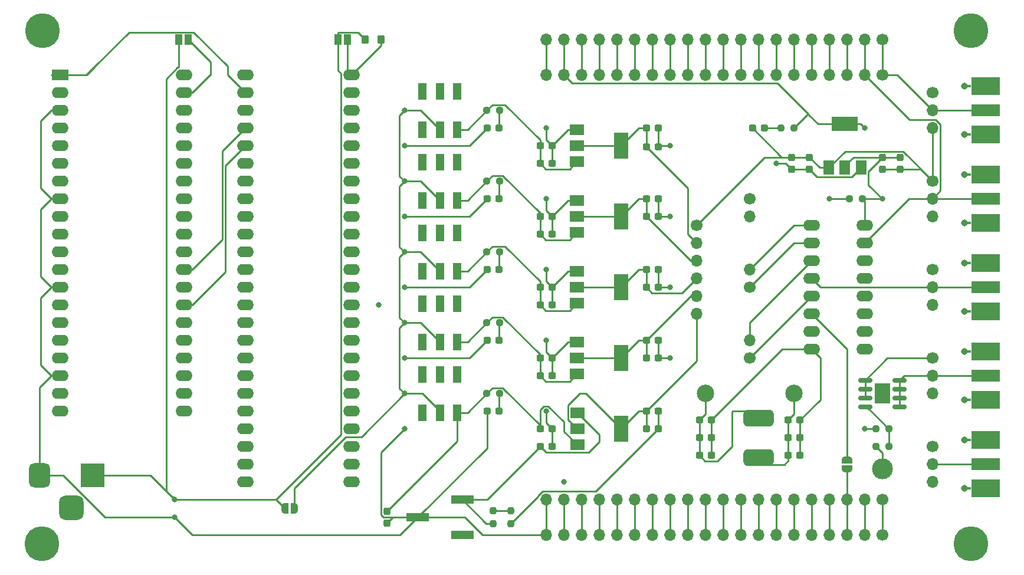
<source format=gbr>
%TF.GenerationSoftware,KiCad,Pcbnew,(6.0.5)*%
%TF.CreationDate,2022-07-21T21:10:46+10:00*%
%TF.ProjectId,glitcher,676c6974-6368-4657-922e-6b696361645f,rev?*%
%TF.SameCoordinates,Original*%
%TF.FileFunction,Copper,L1,Top*%
%TF.FilePolarity,Positive*%
%FSLAX46Y46*%
G04 Gerber Fmt 4.6, Leading zero omitted, Abs format (unit mm)*
G04 Created by KiCad (PCBNEW (6.0.5)) date 2022-07-21 21:10:46*
%MOMM*%
%LPD*%
G01*
G04 APERTURE LIST*
G04 Aperture macros list*
%AMRoundRect*
0 Rectangle with rounded corners*
0 $1 Rounding radius*
0 $2 $3 $4 $5 $6 $7 $8 $9 X,Y pos of 4 corners*
0 Add a 4 corners polygon primitive as box body*
4,1,4,$2,$3,$4,$5,$6,$7,$8,$9,$2,$3,0*
0 Add four circle primitives for the rounded corners*
1,1,$1+$1,$2,$3*
1,1,$1+$1,$4,$5*
1,1,$1+$1,$6,$7*
1,1,$1+$1,$8,$9*
0 Add four rect primitives between the rounded corners*
20,1,$1+$1,$2,$3,$4,$5,0*
20,1,$1+$1,$4,$5,$6,$7,0*
20,1,$1+$1,$6,$7,$8,$9,0*
20,1,$1+$1,$8,$9,$2,$3,0*%
%AMFreePoly0*
4,1,22,0.500000,-0.750000,0.000000,-0.750000,0.000000,-0.745033,-0.079941,-0.743568,-0.215256,-0.701293,-0.333266,-0.622738,-0.424486,-0.514219,-0.481581,-0.384460,-0.499164,-0.250000,-0.500000,-0.250000,-0.500000,0.250000,-0.499164,0.250000,-0.499963,0.256109,-0.478152,0.396186,-0.417904,0.524511,-0.324060,0.630769,-0.204165,0.706417,-0.067858,0.745374,0.000000,0.744959,0.000000,0.750000,
0.500000,0.750000,0.500000,-0.750000,0.500000,-0.750000,$1*%
%AMFreePoly1*
4,1,20,0.000000,0.744959,0.073905,0.744508,0.209726,0.703889,0.328688,0.626782,0.421226,0.519385,0.479903,0.390333,0.500000,0.250000,0.500000,-0.250000,0.499851,-0.262216,0.476331,-0.402017,0.414519,-0.529596,0.319384,-0.634700,0.198574,-0.708877,0.061801,-0.746166,0.000000,-0.745033,0.000000,-0.750000,-0.500000,-0.750000,-0.500000,0.750000,0.000000,0.750000,0.000000,0.744959,
0.000000,0.744959,$1*%
G04 Aperture macros list end*
%TA.AperFunction,ComponentPad*%
%ADD10R,2.400000X1.600000*%
%TD*%
%TA.AperFunction,ComponentPad*%
%ADD11O,2.400000X1.600000*%
%TD*%
%TA.AperFunction,SMDPad,CuDef*%
%ADD12R,2.000000X1.500000*%
%TD*%
%TA.AperFunction,SMDPad,CuDef*%
%ADD13R,2.000000X3.800000*%
%TD*%
%TA.AperFunction,ComponentPad*%
%ADD14C,1.700000*%
%TD*%
%TA.AperFunction,ComponentPad*%
%ADD15O,1.700000X1.700000*%
%TD*%
%TA.AperFunction,ComponentPad*%
%ADD16C,5.000000*%
%TD*%
%TA.AperFunction,SMDPad,CuDef*%
%ADD17RoundRect,0.237500X-0.300000X-0.237500X0.300000X-0.237500X0.300000X0.237500X-0.300000X0.237500X0*%
%TD*%
%TA.AperFunction,SMDPad,CuDef*%
%ADD18RoundRect,0.237500X-0.250000X-0.237500X0.250000X-0.237500X0.250000X0.237500X-0.250000X0.237500X0*%
%TD*%
%TA.AperFunction,SMDPad,CuDef*%
%ADD19RoundRect,0.237500X-0.287500X-0.237500X0.287500X-0.237500X0.287500X0.237500X-0.287500X0.237500X0*%
%TD*%
%TA.AperFunction,SMDPad,CuDef*%
%ADD20R,1.193800X2.489200*%
%TD*%
%TA.AperFunction,SMDPad,CuDef*%
%ADD21RoundRect,0.237500X-0.237500X0.300000X-0.237500X-0.300000X0.237500X-0.300000X0.237500X0.300000X0*%
%TD*%
%TA.AperFunction,SMDPad,CuDef*%
%ADD22RoundRect,0.150000X-0.825000X-0.150000X0.825000X-0.150000X0.825000X0.150000X-0.825000X0.150000X0*%
%TD*%
%TA.AperFunction,SMDPad,CuDef*%
%ADD23R,2.290000X3.000000*%
%TD*%
%TA.AperFunction,SMDPad,CuDef*%
%ADD24R,3.300000X1.190000*%
%TD*%
%TA.AperFunction,SMDPad,CuDef*%
%ADD25RoundRect,0.237500X-0.237500X0.250000X-0.237500X-0.250000X0.237500X-0.250000X0.237500X0.250000X0*%
%TD*%
%TA.AperFunction,SMDPad,CuDef*%
%ADD26C,2.500000*%
%TD*%
%TA.AperFunction,SMDPad,CuDef*%
%ADD27R,4.190000X1.780000*%
%TD*%
%TA.AperFunction,SMDPad,CuDef*%
%ADD28R,0.890000X0.460000*%
%TD*%
%TA.AperFunction,ComponentPad*%
%ADD29C,0.970000*%
%TD*%
%TA.AperFunction,SMDPad,CuDef*%
%ADD30R,4.190000X2.665000*%
%TD*%
%TA.AperFunction,SMDPad,CuDef*%
%ADD31RoundRect,0.250000X-0.275000X-0.350000X0.275000X-0.350000X0.275000X0.350000X-0.275000X0.350000X0*%
%TD*%
%TA.AperFunction,SMDPad,CuDef*%
%ADD32RoundRect,0.237500X0.250000X0.237500X-0.250000X0.237500X-0.250000X-0.237500X0.250000X-0.237500X0*%
%TD*%
%TA.AperFunction,SMDPad,CuDef*%
%ADD33RoundRect,0.600000X-1.590000X-0.600000X1.590000X-0.600000X1.590000X0.600000X-1.590000X0.600000X0*%
%TD*%
%TA.AperFunction,SMDPad,CuDef*%
%ADD34R,1.000000X1.500000*%
%TD*%
%TA.AperFunction,SMDPad,CuDef*%
%ADD35FreePoly0,270.000000*%
%TD*%
%TA.AperFunction,SMDPad,CuDef*%
%ADD36FreePoly1,270.000000*%
%TD*%
%TA.AperFunction,SMDPad,CuDef*%
%ADD37FreePoly0,0.000000*%
%TD*%
%TA.AperFunction,SMDPad,CuDef*%
%ADD38FreePoly1,0.000000*%
%TD*%
%TA.AperFunction,ComponentPad*%
%ADD39C,2.999999*%
%TD*%
%TA.AperFunction,ComponentPad*%
%ADD40R,3.500001X3.500001*%
%TD*%
%TA.AperFunction,ComponentPad*%
%ADD41RoundRect,0.750000X-0.749999X-1.000000X0.749999X-1.000000X0.749999X1.000000X-0.749999X1.000000X0*%
%TD*%
%TA.AperFunction,ComponentPad*%
%ADD42RoundRect,0.875000X-0.875000X-0.875000X0.875000X-0.875000X0.875000X0.875000X-0.875000X0.875000X0*%
%TD*%
%TA.AperFunction,SMDPad,CuDef*%
%ADD43RoundRect,0.237500X0.237500X-0.250000X0.237500X0.250000X-0.237500X0.250000X-0.237500X-0.250000X0*%
%TD*%
%TA.AperFunction,SMDPad,CuDef*%
%ADD44RoundRect,0.237500X0.237500X-0.300000X0.237500X0.300000X-0.237500X0.300000X-0.237500X-0.300000X0*%
%TD*%
%TA.AperFunction,SMDPad,CuDef*%
%ADD45R,1.500000X2.000000*%
%TD*%
%TA.AperFunction,SMDPad,CuDef*%
%ADD46R,3.800000X2.000000*%
%TD*%
%TA.AperFunction,ViaPad*%
%ADD47C,0.800000*%
%TD*%
%TA.AperFunction,Conductor*%
%ADD48C,0.250000*%
%TD*%
G04 APERTURE END LIST*
D10*
%TO.P,U1,1,UART0_TX/I2C0_SDA/SPI0_RX/GP0*%
%TO.N,RPI_GP0*%
X92705000Y-50805000D03*
D11*
%TO.P,U1,2,UART0_RX/I2C0_SCL/GPI0_CSn/GP1*%
%TO.N,RPI_GP1*%
X92705000Y-53345000D03*
%TO.P,U1,3,GND*%
%TO.N,GND*%
X92705000Y-55885000D03*
%TO.P,U1,4,I2C1_SDA/SPI0_SCK/GP2*%
%TO.N,RPI_GP2*%
X92705000Y-58425000D03*
%TO.P,U1,5,I2C1_SCL/SPI0_TX/GP3*%
%TO.N,RPI_GP3*%
X92705000Y-60965000D03*
%TO.P,U1,6,UART1_TX/I2C0_SDA/SPI0_RX/GP4*%
%TO.N,RPI_GP4*%
X92705000Y-63505000D03*
%TO.P,U1,7,UART1_RX/I2C0_SCL/SPI0_CSn/GP5*%
%TO.N,RPI_GP5*%
X92705000Y-66045000D03*
%TO.P,U1,8,GND*%
%TO.N,GND*%
X92705000Y-68585000D03*
%TO.P,U1,9,I2C1_SDA/SPI0_SCK/GP6*%
%TO.N,RPI_GP6*%
X92705000Y-71125000D03*
%TO.P,U1,10,I2C1_SCL/SPI0_TX/GP7*%
%TO.N,RPI_GP7*%
X92705000Y-73665000D03*
%TO.P,U1,11,UART1_TX/I2C0_SDA/SPI1_RX/GP8*%
%TO.N,RPI_GP8*%
X92705000Y-76205000D03*
%TO.P,U1,12,UART1_RX/I2C0_SCL/SPI1_CSn/GP9*%
%TO.N,RPI_GP9*%
X92705000Y-78745000D03*
%TO.P,U1,13,GND*%
%TO.N,GND*%
X92705000Y-81285000D03*
%TO.P,U1,14,I2C1_SDA/SPI1_SCK/GP10*%
%TO.N,RPI_GP10*%
X92705000Y-83825000D03*
%TO.P,U1,15,I2C1_SCL/SPI1_TX/GP11*%
%TO.N,RPI_GP11*%
X92705000Y-86365000D03*
%TO.P,U1,16,UART0_TX/I2C0_SDA/GPI1_RX/GP12*%
%TO.N,RPI_GP12*%
X92705000Y-88905000D03*
%TO.P,U1,17,UART0_RX/I2C0_SCL/SPI1_CSn/GP13*%
%TO.N,RPI_GP13*%
X92705000Y-91445000D03*
%TO.P,U1,18,GND*%
%TO.N,GND*%
X92705000Y-93985000D03*
%TO.P,U1,19,I2C1_SDA/SPI1_SCK/GP14*%
%TO.N,RPI_GP14*%
X92705000Y-96525000D03*
%TO.P,U1,20,I2C1_SCL/SPI1_TX/GP15*%
%TO.N,RPI_GP15*%
X92705000Y-99065000D03*
%TO.P,U1,21,UART0_TX/I2C0_SDA/SPI0_RX/GP16*%
%TO.N,RPI_GP16*%
X110485000Y-99065000D03*
%TO.P,U1,22,UART0_RX/I2C0_SCL/SPI0_CSn/GP17*%
%TO.N,RPI_GP17*%
X110485000Y-96525000D03*
%TO.P,U1,23,GND*%
%TO.N,GND*%
X110485000Y-93985000D03*
%TO.P,U1,24,I2C1_SDA/SPI0_SCK/GP18*%
%TO.N,unconnected-(U1-Pad24)*%
X110485000Y-91445000D03*
%TO.P,U1,25,I2C1_SCL/SPI0_TX/GP19*%
%TO.N,unconnected-(U1-Pad25)*%
X110485000Y-88905000D03*
%TO.P,U1,26,I2C0_SDA/GP20*%
%TO.N,unconnected-(U1-Pad26)*%
X110485000Y-86365000D03*
%TO.P,U1,27,I2C0_SCL/GP21*%
%TO.N,FPGA_4*%
X110485000Y-83825000D03*
%TO.P,U1,28,GND*%
%TO.N,unconnected-(U1-Pad28)*%
X110485000Y-81285000D03*
%TO.P,U1,29,GP22*%
%TO.N,FPGA_3*%
X110485000Y-78745000D03*
%TO.P,U1,30,RUN*%
%TO.N,unconnected-(U1-Pad30)*%
X110485000Y-76205000D03*
%TO.P,U1,31,I2C1_SDA/ADC0/GP26*%
%TO.N,Net-(TP2-Pad1)*%
X110485000Y-73665000D03*
%TO.P,U1,32,I2C1_SCL/ADC1/GP27*%
%TO.N,Net-(TP1-Pad1)*%
X110485000Y-71125000D03*
%TO.P,U1,33,AGND/GND*%
%TO.N,unconnected-(U1-Pad33)*%
X110485000Y-68585000D03*
%TO.P,U1,34,ADC2/GP28*%
%TO.N,unconnected-(U1-Pad34)*%
X110485000Y-66045000D03*
%TO.P,U1,35,ADC_VREF*%
%TO.N,unconnected-(U1-Pad35)*%
X110485000Y-63505000D03*
%TO.P,U1,36,3V3OUT*%
%TO.N,unconnected-(U1-Pad36)*%
X110485000Y-60965000D03*
%TO.P,U1,37,3V3_EN*%
%TO.N,unconnected-(U1-Pad37)*%
X110485000Y-58425000D03*
%TO.P,U1,38,GND*%
%TO.N,GND*%
X110485000Y-55885000D03*
%TO.P,U1,39,VSYS*%
%TO.N,Net-(JP2-Pad1)*%
X110485000Y-53345000D03*
%TO.P,U1,40,VBUS*%
%TO.N,unconnected-(U1-Pad40)*%
X110485000Y-50805000D03*
%TD*%
D12*
%TO.P,U6_VADJ_OUT1,1,ADJ*%
%TO.N,Net-(C11-Pad1)*%
X166965714Y-99300000D03*
%TO.P,U6_VADJ_OUT1,2,VO*%
%TO.N,VCC_VADJ*%
X166965714Y-101600000D03*
D13*
X173265714Y-101600000D03*
D12*
%TO.P,U6_VADJ_OUT1,3,VI*%
%TO.N,Net-(C3-Pad1)*%
X166965714Y-103900000D03*
%TD*%
D14*
%TO.P,J4,1,Pin_1*%
%TO.N,GND*%
X217920704Y-53340000D03*
D15*
%TO.P,J4,2,Pin_2*%
%TO.N,X_OUT*%
X217920714Y-55880000D03*
%TO.P,J4,3,Pin_3*%
%TO.N,GND*%
X217920714Y-58420000D03*
%TD*%
D14*
%TO.P,J_RIGHTEXP_OUTER1,1,Pin_1*%
%TO.N,X_OUT*%
X210755714Y-50800000D03*
D15*
%TO.P,J_RIGHTEXP_OUTER1,2,Pin_2*%
%TO.N,Y_OUT*%
X208215714Y-50800000D03*
%TO.P,J_RIGHTEXP_OUTER1,3,Pin_3*%
%TO.N,Z_OUT*%
X205675714Y-50800000D03*
%TO.P,J_RIGHTEXP_OUTER1,4,Pin_4*%
%TO.N,FREE_RIGHT4*%
X203135714Y-50800000D03*
%TO.P,J_RIGHTEXP_OUTER1,5,Pin_5*%
%TO.N,MAX4619_A*%
X200595714Y-50800000D03*
%TO.P,J_RIGHTEXP_OUTER1,6,Pin_6*%
%TO.N,MAX4619_B*%
X198055714Y-50800000D03*
%TO.P,J_RIGHTEXP_OUTER1,7,Pin_7*%
%TO.N,MAX4619_C*%
X195515714Y-50800000D03*
%TO.P,J_RIGHTEXP_OUTER1,8,Pin_8*%
%TO.N,FPGA_GPIO_12*%
X192975714Y-50800000D03*
%TO.P,J_RIGHTEXP_OUTER1,9,Pin_9*%
%TO.N,FPGA_GPIO_11*%
X190435714Y-50800000D03*
%TO.P,J_RIGHTEXP_OUTER1,10,Pin_10*%
%TO.N,FPGA_GPIO_10*%
X187895714Y-50800000D03*
%TO.P,J_RIGHTEXP_OUTER1,11,Pin_11*%
%TO.N,FPGA_GPIO_9*%
X185355714Y-50800000D03*
%TO.P,J_RIGHTEXP_OUTER1,12,Pin_12*%
%TO.N,FPGA_GPIO_8*%
X182815714Y-50800000D03*
%TO.P,J_RIGHTEXP_OUTER1,13,Pin_13*%
%TO.N,FPGA_GPIO_7*%
X180275714Y-50800000D03*
%TO.P,J_RIGHTEXP_OUTER1,14,Pin_14*%
%TO.N,FPGA_GPIO_6*%
X177735714Y-50800000D03*
%TO.P,J_RIGHTEXP_OUTER1,15,Pin_15*%
%TO.N,FPGA_GPIO_5*%
X175195714Y-50800000D03*
%TO.P,J_RIGHTEXP_OUTER1,16,Pin_16*%
%TO.N,FPGA_GPIO_4*%
X172655714Y-50800000D03*
%TO.P,J_RIGHTEXP_OUTER1,17,Pin_17*%
%TO.N,FPGA_GPIO_3*%
X170115714Y-50800000D03*
%TO.P,J_RIGHTEXP_OUTER1,18,Pin_18*%
%TO.N,FPGA_GPIO_2*%
X167575714Y-50800000D03*
%TO.P,J_RIGHTEXP_OUTER1,19,Pin_19*%
%TO.N,VCC_3V3_ALWAYS*%
X165035714Y-50800000D03*
%TO.P,J_RIGHTEXP_OUTER1,20,Pin_20*%
%TO.N,GND*%
X162495714Y-50800000D03*
%TD*%
D16*
%TO.P,REF\u002A\u002A,1*%
%TO.N,N/C*%
X223455714Y-118110000D03*
%TD*%
D17*
%TO.P,C9,1*%
%TO.N,Net-(C4-Pad1)*%
X161633214Y-60960000D03*
%TO.P,C9,2*%
%TO.N,GND*%
X163358214Y-60960000D03*
%TD*%
D18*
%TO.P,R2,1*%
%TO.N,Net-(C2-Pad1)*%
X153963214Y-86360000D03*
%TO.P,R2,2*%
%TO.N,Net-(D2-Pad2)*%
X155788214Y-86360000D03*
%TD*%
D17*
%TO.P,C12,1*%
%TO.N,VCC_1V8*%
X176873214Y-78740000D03*
%TO.P,C12,2*%
%TO.N,GND*%
X178598214Y-78740000D03*
%TD*%
%TO.P,C18,1*%
%TO.N,VCC_1V2*%
X176873214Y-91440000D03*
%TO.P,C18,2*%
%TO.N,GND*%
X178598214Y-91440000D03*
%TD*%
D19*
%TO.P,D4,1,K*%
%TO.N,GND*%
X154000714Y-58420000D03*
%TO.P,D4,2,A*%
%TO.N,Net-(D4-Pad2)*%
X155750714Y-58420000D03*
%TD*%
D14*
%TO.P,J_LEFTEXP1,1,Pin_1*%
%TO.N,GND*%
X210755714Y-116840000D03*
D15*
%TO.P,J_LEFTEXP1,2,Pin_2*%
%TO.N,FREE_LEFT2*%
X208215714Y-116840000D03*
%TO.P,J_LEFTEXP1,3,Pin_3*%
%TO.N,RPI_GP2*%
X205675714Y-116840000D03*
%TO.P,J_LEFTEXP1,4,Pin_4*%
%TO.N,RPI_GP3*%
X203135714Y-116840000D03*
%TO.P,J_LEFTEXP1,5,Pin_5*%
%TO.N,RPI_GP4*%
X200595714Y-116840000D03*
%TO.P,J_LEFTEXP1,6,Pin_6*%
%TO.N,RPI_GP5*%
X198055714Y-116840000D03*
%TO.P,J_LEFTEXP1,7,Pin_7*%
%TO.N,RPI_GP6*%
X195515714Y-116840000D03*
%TO.P,J_LEFTEXP1,8,Pin_8*%
%TO.N,RPI_GP7*%
X192975714Y-116840000D03*
%TO.P,J_LEFTEXP1,9,Pin_9*%
%TO.N,RPI_GP8*%
X190435714Y-116840000D03*
%TO.P,J_LEFTEXP1,10,Pin_10*%
%TO.N,RPI_GP9*%
X187895714Y-116840000D03*
%TO.P,J_LEFTEXP1,11,Pin_11*%
%TO.N,RPI_GP10*%
X185355714Y-116840000D03*
%TO.P,J_LEFTEXP1,12,Pin_12*%
%TO.N,RPI_GP11*%
X182815714Y-116840000D03*
%TO.P,J_LEFTEXP1,13,Pin_13*%
%TO.N,RPI_GP12*%
X180275714Y-116840000D03*
%TO.P,J_LEFTEXP1,14,Pin_14*%
%TO.N,RPI_GP13*%
X177735714Y-116840000D03*
%TO.P,J_LEFTEXP1,15,Pin_15*%
%TO.N,RPI_GP14*%
X175195714Y-116840000D03*
%TO.P,J_LEFTEXP1,16,Pin_16*%
%TO.N,RPI_GP15*%
X172655714Y-116840000D03*
%TO.P,J_LEFTEXP1,17,Pin_17*%
%TO.N,FREE_LEFT17*%
X170115714Y-116840000D03*
%TO.P,J_LEFTEXP1,18,Pin_18*%
%TO.N,FREE_LEFT18*%
X167575714Y-116840000D03*
%TO.P,J_LEFTEXP1,19,Pin_19*%
%TO.N,VCC_SWITCHED*%
X165035714Y-116840000D03*
%TO.P,J_LEFTEXP1,20,Pin_20*%
%TO.N,GND*%
X162495714Y-116840000D03*
%TD*%
D20*
%TO.P,SW3_VADJ_OUT1,1,A*%
%TO.N,unconnected-(SW3_VADJ_OUT1-Pad1)*%
X144755714Y-99275900D03*
%TO.P,SW3_VADJ_OUT1,2,B*%
%TO.N,VCC_SWITCHED*%
X147255714Y-99275900D03*
%TO.P,SW3_VADJ_OUT1,3,C*%
%TO.N,Net-(C3-Pad1)*%
X149755714Y-99275900D03*
%TO.P,SW3_VADJ_OUT1,4*%
%TO.N,N/C*%
X149755714Y-93764100D03*
%TO.P,SW3_VADJ_OUT1,5*%
X147255714Y-93764100D03*
%TO.P,SW3_VADJ_OUT1,6*%
X144755714Y-93764100D03*
%TD*%
D21*
%TO.P,C8,1*%
%TO.N,Net-(C3-Pad1)*%
X139635714Y-113437500D03*
%TO.P,C8,2*%
%TO.N,GND*%
X139635714Y-115162500D03*
%TD*%
D17*
%TO.P,C15,1*%
%TO.N,VCC_3V3*%
X176873214Y-61110000D03*
%TO.P,C15,2*%
%TO.N,GND*%
X178598214Y-61110000D03*
%TD*%
%TO.P,C16,1*%
%TO.N,VCC_2V5*%
X176873214Y-71120000D03*
%TO.P,C16,2*%
%TO.N,GND*%
X178598214Y-71120000D03*
%TD*%
D22*
%TO.P,U4,1,S*%
%TO.N,GND*%
X208280714Y-94615000D03*
%TO.P,U4,2,S*%
X208280714Y-95885000D03*
%TO.P,U4,3,S*%
X208280714Y-97155000D03*
%TO.P,U4,4,G*%
%TO.N,Net-(R10-Pad1)*%
X208280714Y-98425000D03*
%TO.P,U4,5,D*%
%TO.N,HS2_OUT*%
X213230714Y-98425000D03*
%TO.P,U4,6,D*%
X213230714Y-97155000D03*
%TO.P,U4,7,D*%
X213230714Y-95885000D03*
%TO.P,U4,8,D*%
X213230714Y-94615000D03*
D23*
%TO.P,U4,9*%
%TO.N,N/C*%
X210755714Y-96520000D03*
%TD*%
D24*
%TO.P,RV1,1,1*%
%TO.N,unconnected-(RV1-Pad1)*%
X150455714Y-116840000D03*
%TO.P,RV1,2,2*%
%TO.N,GND*%
X144055714Y-114300000D03*
%TO.P,RV1,3,3*%
%TO.N,Net-(C11-Pad1)*%
X150455714Y-111760000D03*
%TD*%
D17*
%TO.P,C28,1*%
%TO.N,FILT_IN*%
X184493214Y-102870000D03*
%TO.P,C28,2*%
%TO.N,GND*%
X186218214Y-102870000D03*
%TD*%
D25*
%TO.P,R7,1*%
%TO.N,Net-(R6-Pad2)*%
X157415714Y-113387500D03*
%TO.P,R7,2*%
%TO.N,Net-(C14-Pad2)*%
X157415714Y-115212500D03*
%TD*%
D26*
%TO.P,TP4,1,1*%
%TO.N,FILT_OUT*%
X198055714Y-96520000D03*
%TD*%
D14*
%TO.P,J_LEFTEXP_OUTER1,1,Pin_1*%
%TO.N,GND*%
X210755716Y-111759992D03*
D15*
%TO.P,J_LEFTEXP_OUTER1,2,Pin_2*%
%TO.N,FREE_LEFT2*%
X208215714Y-111760000D03*
%TO.P,J_LEFTEXP_OUTER1,3,Pin_3*%
%TO.N,RPI_GP2*%
X205675714Y-111760000D03*
%TO.P,J_LEFTEXP_OUTER1,4,Pin_4*%
%TO.N,RPI_GP3*%
X203135714Y-111760000D03*
%TO.P,J_LEFTEXP_OUTER1,5,Pin_5*%
%TO.N,RPI_GP4*%
X200595714Y-111760000D03*
%TO.P,J_LEFTEXP_OUTER1,6,Pin_6*%
%TO.N,RPI_GP5*%
X198055714Y-111760000D03*
%TO.P,J_LEFTEXP_OUTER1,7,Pin_7*%
%TO.N,RPI_GP6*%
X195515714Y-111760000D03*
%TO.P,J_LEFTEXP_OUTER1,8,Pin_8*%
%TO.N,RPI_GP7*%
X192975714Y-111760000D03*
%TO.P,J_LEFTEXP_OUTER1,9,Pin_9*%
%TO.N,RPI_GP8*%
X190435714Y-111760000D03*
%TO.P,J_LEFTEXP_OUTER1,10,Pin_10*%
%TO.N,RPI_GP9*%
X187895714Y-111760000D03*
%TO.P,J_LEFTEXP_OUTER1,11,Pin_11*%
%TO.N,RPI_GP10*%
X185355714Y-111760000D03*
%TO.P,J_LEFTEXP_OUTER1,12,Pin_12*%
%TO.N,RPI_GP11*%
X182815714Y-111760000D03*
%TO.P,J_LEFTEXP_OUTER1,13,Pin_13*%
%TO.N,RPI_GP12*%
X180275714Y-111760000D03*
%TO.P,J_LEFTEXP_OUTER1,14,Pin_14*%
%TO.N,RPI_GP13*%
X177735714Y-111760000D03*
%TO.P,J_LEFTEXP_OUTER1,15,Pin_15*%
%TO.N,RPI_GP14*%
X175195714Y-111760000D03*
%TO.P,J_LEFTEXP_OUTER1,16,Pin_16*%
%TO.N,RPI_GP15*%
X172655714Y-111760000D03*
%TO.P,J_LEFTEXP_OUTER1,17,Pin_17*%
%TO.N,FREE_LEFT17*%
X170115714Y-111760000D03*
%TO.P,J_LEFTEXP_OUTER1,18,Pin_18*%
%TO.N,FREE_LEFT18*%
X167575714Y-111760000D03*
%TO.P,J_LEFTEXP_OUTER1,19,Pin_19*%
%TO.N,VCC_SWITCHED*%
X165035714Y-111760000D03*
%TO.P,J_LEFTEXP_OUTER1,20,Pin_20*%
%TO.N,GND*%
X162495716Y-111759992D03*
%TD*%
D12*
%TO.P,U8_2V5_OUT1,1,GND*%
%TO.N,GND*%
X166925714Y-68820000D03*
D13*
%TO.P,U8_2V5_OUT1,2,VO*%
%TO.N,VCC_2V5*%
X173225714Y-71120000D03*
D12*
X166925714Y-71120000D03*
%TO.P,U8_2V5_OUT1,3,VI*%
%TO.N,Net-(C10-Pad1)*%
X166925714Y-73420000D03*
%TD*%
D18*
%TO.P,R3,1*%
%TO.N,Net-(C3-Pad1)*%
X153963214Y-96520000D03*
%TO.P,R3,2*%
%TO.N,Net-(D3-Pad2)*%
X155788214Y-96520000D03*
%TD*%
D27*
%TO.P,HS2_OUT1,1,In*%
%TO.N,HS2_OUT*%
X225540714Y-93980000D03*
D28*
%TO.P,HS2_OUT1,2,Ext*%
%TO.N,GND*%
X223000714Y-90487500D03*
D29*
X222555714Y-97472500D03*
D30*
X225540714Y-97472500D03*
D28*
X223000714Y-97472500D03*
D29*
X222555714Y-90487500D03*
D30*
X225540714Y-90487500D03*
%TD*%
D18*
%TO.P,R1,1*%
%TO.N,Net-(C1-Pad1)*%
X153963214Y-76200000D03*
%TO.P,R1,2*%
%TO.N,Net-(D1-Pad2)*%
X155788214Y-76200000D03*
%TD*%
D17*
%TO.P,C2,1*%
%TO.N,Net-(C2-Pad1)*%
X161633214Y-93980000D03*
%TO.P,C2,2*%
%TO.N,GND*%
X163358214Y-93980000D03*
%TD*%
D31*
%TO.P,FB1,1*%
%TO.N,VCC*%
X136530000Y-45720000D03*
%TO.P,FB1,2*%
%TO.N,Net-(FB1-Pad2)*%
X138830000Y-45720000D03*
%TD*%
D14*
%TO.P,J2,1,Pin_1*%
%TO.N,GND*%
X184085714Y-72390000D03*
D15*
%TO.P,J2,2,Pin_2*%
%TO.N,VCC_3V3*%
X184085714Y-74930000D03*
%TO.P,J2,3,Pin_3*%
%TO.N,VCC_2V5*%
X184085714Y-77470000D03*
%TO.P,J2,4,Pin_4*%
%TO.N,VCC_1V8*%
X184085714Y-80010000D03*
%TO.P,J2,5,Pin_5*%
%TO.N,VCC_1V2*%
X184085714Y-82550000D03*
%TO.P,J2,6,Pin_6*%
%TO.N,VCC_VADJ*%
X184085714Y-85090000D03*
%TD*%
D17*
%TO.P,C21,1*%
%TO.N,VCC_2V5*%
X176873214Y-68580000D03*
%TO.P,C21,2*%
%TO.N,GND*%
X178598214Y-68580000D03*
%TD*%
D20*
%TO.P,SW1_1V8_OUT1,1,A*%
%TO.N,unconnected-(SW1_1V8_OUT1-Pad1)*%
X144755714Y-78955900D03*
%TO.P,SW1_1V8_OUT1,2,B*%
%TO.N,VCC_SWITCHED*%
X147255714Y-78955900D03*
%TO.P,SW1_1V8_OUT1,3,C*%
%TO.N,Net-(C1-Pad1)*%
X149755714Y-78955900D03*
%TO.P,SW1_1V8_OUT1,4*%
%TO.N,N/C*%
X149755714Y-73444100D03*
%TO.P,SW1_1V8_OUT1,5*%
X147255714Y-73444100D03*
%TO.P,SW1_1V8_OUT1,6*%
X144755714Y-73444100D03*
%TD*%
D27*
%TO.P,SMA_Y1,1,In*%
%TO.N,Y_OUT*%
X225540714Y-68580000D03*
D28*
%TO.P,SMA_Y1,2,Ext*%
%TO.N,GND*%
X223000714Y-72072500D03*
D30*
X225540714Y-72072500D03*
D29*
X222555714Y-72072500D03*
D28*
X223000714Y-65087500D03*
D29*
X222555714Y-65087500D03*
D30*
X225540714Y-65087500D03*
%TD*%
D12*
%TO.P,U5_1V2_OUT1,1,GND*%
%TO.N,GND*%
X166925714Y-89140000D03*
D13*
%TO.P,U5_1V2_OUT1,2,VO*%
%TO.N,VCC_1V2*%
X173225714Y-91440000D03*
D12*
X166925714Y-91440000D03*
%TO.P,U5_1V2_OUT1,3,VI*%
%TO.N,Net-(C2-Pad1)*%
X166925714Y-93740000D03*
%TD*%
D32*
%TO.P,PULLUP_MAX4619_EN1,1*%
%TO.N,VCC_3V3_ALWAYS*%
X207858214Y-68580000D03*
%TO.P,PULLUP_MAX4619_EN1,2*%
%TO.N,MAX4619_EN*%
X206033214Y-68580000D03*
%TD*%
D20*
%TO.P,SW5_2V5_OUT1,1,A*%
%TO.N,unconnected-(SW5_2V5_OUT1-Pad1)*%
X144755714Y-68795900D03*
%TO.P,SW5_2V5_OUT1,2,B*%
%TO.N,VCC_SWITCHED*%
X147255714Y-68795900D03*
%TO.P,SW5_2V5_OUT1,3,C*%
%TO.N,Net-(C10-Pad1)*%
X149755714Y-68795900D03*
%TO.P,SW5_2V5_OUT1,4*%
%TO.N,N/C*%
X149755714Y-63284100D03*
%TO.P,SW5_2V5_OUT1,5*%
X147255714Y-63284100D03*
%TO.P,SW5_2V5_OUT1,6*%
X144755714Y-63284100D03*
%TD*%
D27*
%TO.P,TRIG_IN1,1,In*%
%TO.N,TRIG_IN*%
X225540714Y-106680000D03*
D29*
%TO.P,TRIG_IN1,2,Ext*%
%TO.N,GND*%
X222555714Y-103187500D03*
D30*
X225540714Y-103187500D03*
D29*
X222555714Y-110172500D03*
D30*
X225540714Y-110172500D03*
D28*
X223000714Y-103187500D03*
X223000714Y-110172500D03*
%TD*%
D17*
%TO.P,C13,1*%
%TO.N,VCC_1V2*%
X176873214Y-88900000D03*
%TO.P,C13,2*%
%TO.N,GND*%
X178598214Y-88900000D03*
%TD*%
D14*
%TO.P,J7,1,Pin_1*%
%TO.N,GND*%
X217920704Y-78740000D03*
D15*
%TO.P,J7,2,Pin_2*%
%TO.N,Z_OUT*%
X217920714Y-81280000D03*
%TO.P,J7,3,Pin_3*%
%TO.N,GND*%
X217920714Y-83820000D03*
%TD*%
D14*
%TO.P,J_RIGHTEXP1,1,Pin_1*%
%TO.N,X_OUT*%
X210755714Y-45720000D03*
D15*
%TO.P,J_RIGHTEXP1,2,Pin_2*%
%TO.N,Y_OUT*%
X208215714Y-45720000D03*
%TO.P,J_RIGHTEXP1,3,Pin_3*%
%TO.N,Z_OUT*%
X205675714Y-45720000D03*
%TO.P,J_RIGHTEXP1,4,Pin_4*%
%TO.N,FREE_RIGHT4*%
X203135714Y-45720000D03*
%TO.P,J_RIGHTEXP1,5,Pin_5*%
%TO.N,MAX4619_A*%
X200595714Y-45720000D03*
%TO.P,J_RIGHTEXP1,6,Pin_6*%
%TO.N,MAX4619_B*%
X198055714Y-45720000D03*
%TO.P,J_RIGHTEXP1,7,Pin_7*%
%TO.N,MAX4619_C*%
X195515714Y-45720000D03*
%TO.P,J_RIGHTEXP1,8,Pin_8*%
%TO.N,FPGA_GPIO_12*%
X192975714Y-45720000D03*
%TO.P,J_RIGHTEXP1,9,Pin_9*%
%TO.N,FPGA_GPIO_11*%
X190435714Y-45720000D03*
%TO.P,J_RIGHTEXP1,10,Pin_10*%
%TO.N,FPGA_GPIO_10*%
X187895714Y-45720000D03*
%TO.P,J_RIGHTEXP1,11,Pin_11*%
%TO.N,FPGA_GPIO_9*%
X185355714Y-45720000D03*
%TO.P,J_RIGHTEXP1,12,Pin_12*%
%TO.N,FPGA_GPIO_8*%
X182815714Y-45720000D03*
%TO.P,J_RIGHTEXP1,13,Pin_13*%
%TO.N,FPGA_GPIO_7*%
X180275714Y-45720000D03*
%TO.P,J_RIGHTEXP1,14,Pin_14*%
%TO.N,FPGA_GPIO_6*%
X177735714Y-45720000D03*
%TO.P,J_RIGHTEXP1,15,Pin_15*%
%TO.N,FPGA_GPIO_5*%
X175195714Y-45720000D03*
%TO.P,J_RIGHTEXP1,16,Pin_16*%
%TO.N,FPGA_GPIO_4*%
X172655714Y-45720000D03*
%TO.P,J_RIGHTEXP1,17,Pin_17*%
%TO.N,FPGA_GPIO_3*%
X170115714Y-45720000D03*
%TO.P,J_RIGHTEXP1,18,Pin_18*%
%TO.N,FPGA_GPIO_2*%
X167575714Y-45720000D03*
%TO.P,J_RIGHTEXP1,19,Pin_19*%
%TO.N,VCC_3V3_ALWAYS*%
X165035714Y-45720000D03*
%TO.P,J_RIGHTEXP1,20,Pin_20*%
%TO.N,GND*%
X162495714Y-45720000D03*
%TD*%
D32*
%TO.P,R10,1*%
%TO.N,Net-(R10-Pad1)*%
X211668214Y-101600000D03*
%TO.P,R10,2*%
%TO.N,GND*%
X209843214Y-101600000D03*
%TD*%
D16*
%TO.P,REF\u002A\u002A,1*%
%TO.N,N/C*%
X223455714Y-44450000D03*
%TD*%
D21*
%TO.P,C25,1*%
%TO.N,VCC_3V3_ALWAYS*%
X210755714Y-62637500D03*
%TO.P,C25,2*%
%TO.N,GND*%
X210755714Y-64362500D03*
%TD*%
D33*
%TO.P,L1,1,1*%
%TO.N,FILT_IN*%
X192975714Y-100020000D03*
%TO.P,L1,2,2*%
%TO.N,FILT_OUT*%
X192975714Y-105720000D03*
%TD*%
D17*
%TO.P,C20,1*%
%TO.N,VCC_3V3*%
X176873214Y-58420000D03*
%TO.P,C20,2*%
%TO.N,GND*%
X178598214Y-58420000D03*
%TD*%
%TO.P,C3,1*%
%TO.N,Net-(C3-Pad1)*%
X161633214Y-101600000D03*
%TO.P,C3,2*%
%TO.N,GND*%
X163358214Y-101600000D03*
%TD*%
D34*
%TO.P,JP2,1,A*%
%TO.N,Net-(JP2-Pad1)*%
X111075714Y-45720000D03*
%TO.P,JP2,2,B*%
%TO.N,VCC*%
X109775714Y-45720000D03*
%TD*%
D35*
%TO.P,JP1,1,A*%
%TO.N,MAX4619_EN*%
X205675714Y-106030000D03*
D36*
%TO.P,JP1,2,B*%
%TO.N,RPI_GP2*%
X205675714Y-107330000D03*
%TD*%
D18*
%TO.P,R5,1*%
%TO.N,Net-(C10-Pad1)*%
X153963214Y-66040000D03*
%TO.P,R5,2*%
%TO.N,Net-(D5-Pad2)*%
X155788214Y-66040000D03*
%TD*%
%TO.P,R9,1*%
%TO.N,GL_GATE*%
X209843214Y-104140000D03*
%TO.P,R9,2*%
%TO.N,Net-(R10-Pad1)*%
X211668214Y-104140000D03*
%TD*%
D17*
%TO.P,C26,1*%
%TO.N,FILT_IN*%
X184493214Y-105410000D03*
%TO.P,C26,2*%
%TO.N,GND*%
X186218214Y-105410000D03*
%TD*%
%TO.P,C14,1*%
%TO.N,VCC_VADJ*%
X176873214Y-99060000D03*
%TO.P,C14,2*%
%TO.N,Net-(C14-Pad2)*%
X178598214Y-99060000D03*
%TD*%
D14*
%TO.P,J5,1,Pin_1*%
%TO.N,GND*%
X217920704Y-66040000D03*
D15*
%TO.P,J5,2,Pin_2*%
%TO.N,Y_OUT*%
X217920714Y-68580000D03*
%TO.P,J5,3,Pin_3*%
%TO.N,GND*%
X217920714Y-71120000D03*
%TD*%
D14*
%TO.P,J6,1,Pin_1*%
%TO.N,GND*%
X217920704Y-104140000D03*
D15*
%TO.P,J6,2,Pin_2*%
%TO.N,TRIG_IN*%
X217920714Y-106680000D03*
%TO.P,J6,3,Pin_3*%
%TO.N,GND*%
X217920714Y-109220000D03*
%TD*%
D17*
%TO.P,C31,1*%
%TO.N,FILT_OUT*%
X197218214Y-100330000D03*
%TO.P,C31,2*%
%TO.N,GND*%
X198943214Y-100330000D03*
%TD*%
%TO.P,C11,1*%
%TO.N,Net-(C11-Pad1)*%
X161633214Y-104140000D03*
%TO.P,C11,2*%
%TO.N,GND*%
X163358214Y-104140000D03*
%TD*%
D37*
%TO.P,JP4,1,A*%
%TO.N,VCC*%
X125015714Y-113030000D03*
D38*
%TO.P,JP4,2,B*%
%TO.N,VCC_SWITCHED*%
X126315714Y-113030000D03*
%TD*%
D17*
%TO.P,C30,1*%
%TO.N,FILT_OUT*%
X197218214Y-105410000D03*
%TO.P,C30,2*%
%TO.N,GND*%
X198943214Y-105410000D03*
%TD*%
D12*
%TO.P,U4_1V8_OUT1,1,GND*%
%TO.N,GND*%
X166925714Y-78980000D03*
D13*
%TO.P,U4_1V8_OUT1,2,VO*%
%TO.N,VCC_1V8*%
X173225714Y-81280000D03*
D12*
X166925714Y-81280000D03*
%TO.P,U4_1V8_OUT1,3,VI*%
%TO.N,Net-(C1-Pad1)*%
X166925714Y-83580000D03*
%TD*%
D17*
%TO.P,C4,1*%
%TO.N,Net-(C4-Pad1)*%
X161633214Y-63500000D03*
%TO.P,C4,2*%
%TO.N,GND*%
X163358214Y-63500000D03*
%TD*%
D16*
%TO.P,REF\u002A\u002A,1*%
%TO.N,N/C*%
X90170000Y-44450000D03*
%TD*%
D39*
%TO.P,REF\u002A\u002A,1*%
%TO.N,GL_GATE*%
X210755714Y-107315000D03*
%TD*%
D17*
%TO.P,C19,1*%
%TO.N,VCC_VADJ*%
X176873214Y-101600000D03*
%TO.P,C19,2*%
%TO.N,Net-(C14-Pad2)*%
X178598214Y-101600000D03*
%TD*%
D14*
%TO.P,PINS_Z_INPUT1,1,Pin_1*%
%TO.N,Net-(PINS_Z_INPUT1-Pad1)*%
X191705714Y-91440000D03*
D15*
%TO.P,PINS_Z_INPUT1,2,Pin_2*%
%TO.N,Net-(PINS_Z_INPUT1-Pad2)*%
X191705714Y-88900000D03*
%TD*%
D17*
%TO.P,C1,1*%
%TO.N,Net-(C1-Pad1)*%
X161633214Y-83820000D03*
%TO.P,C1,2*%
%TO.N,GND*%
X163358214Y-83820000D03*
%TD*%
D19*
%TO.P,D3,1,K*%
%TO.N,GND*%
X154000714Y-99060000D03*
%TO.P,D3,2,A*%
%TO.N,Net-(D3-Pad2)*%
X155750714Y-99060000D03*
%TD*%
D17*
%TO.P,C6,1*%
%TO.N,Net-(C1-Pad1)*%
X161633214Y-81280000D03*
%TO.P,C6,2*%
%TO.N,GND*%
X163358214Y-81280000D03*
%TD*%
D21*
%TO.P,C24,1*%
%TO.N,VCC_3V3_ALWAYS*%
X213295714Y-62637500D03*
%TO.P,C24,2*%
%TO.N,GND*%
X213295714Y-64362500D03*
%TD*%
D11*
%TO.P,U2,1,PIO01*%
%TO.N,MAX4619_C*%
X134555718Y-109219992D03*
%TO.P,U2,2,PIO02*%
%TO.N,MAX4619_B*%
X134555714Y-106680000D03*
%TO.P,U2,3,PIO03*%
%TO.N,MAX4619_A*%
X134555714Y-104140000D03*
%TO.P,U2,4,PIO04*%
%TO.N,FPGA_GPIO_12*%
X134555714Y-101600000D03*
%TO.P,U2,5,PIO05*%
%TO.N,FPGA_GPIO_11*%
X134555714Y-99060000D03*
%TO.P,U2,6,PIO06*%
%TO.N,FPGA_GPIO_10*%
X134555714Y-96520000D03*
%TO.P,U2,7,PIO07*%
%TO.N,FPGA_GPIO_9*%
X134555714Y-93980000D03*
%TO.P,U2,8,PIO08*%
%TO.N,FPGA_GPIO_8*%
X134555714Y-91440000D03*
%TO.P,U2,9,PIO09*%
%TO.N,FPGA_GPIO_7*%
X134555714Y-88900000D03*
%TO.P,U2,10,PIO10*%
%TO.N,FPGA_GPIO_6*%
X134555714Y-86360000D03*
%TO.P,U2,11,PIO11*%
%TO.N,FPGA_GPIO_5*%
X134555714Y-83820000D03*
%TO.P,U2,12,PIO12*%
%TO.N,FPGA_GPIO_4*%
X134555714Y-81280000D03*
%TO.P,U2,13,PIO13*%
%TO.N,FPGA_GPIO_3*%
X134555714Y-78740000D03*
%TO.P,U2,14,PIO14*%
%TO.N,FPGA_GPIO_2*%
X134555714Y-76200000D03*
%TO.P,U2,15,PIO15*%
%TO.N,FPGA_GPIO_1*%
X134555714Y-73660000D03*
%TO.P,U2,16,PIO16*%
%TO.N,unconnected-(U2-Pad16)*%
X134555714Y-71120000D03*
%TO.P,U2,17,PIO17*%
%TO.N,unconnected-(U2-Pad17)*%
X134555714Y-68580000D03*
%TO.P,U2,18,PIO18*%
%TO.N,unconnected-(U2-Pad18)*%
X134555714Y-66040000D03*
%TO.P,U2,19,PIO19*%
%TO.N,unconnected-(U2-Pad19)*%
X134555714Y-63500000D03*
%TO.P,U2,20,PIO20*%
%TO.N,unconnected-(U2-Pad20)*%
X134555714Y-60960000D03*
%TO.P,U2,21,PIO21*%
%TO.N,unconnected-(U2-Pad21)*%
X134555714Y-58420000D03*
%TO.P,U2,22,PIO22*%
%TO.N,unconnected-(U2-Pad22)*%
X134555714Y-55880000D03*
%TO.P,U2,23,PIO23*%
%TO.N,unconnected-(U2-Pad23)*%
X134555714Y-53340000D03*
%TO.P,U2,24,VU*%
%TO.N,Net-(FB1-Pad2)*%
X134555714Y-50800000D03*
%TO.P,U2,25,GND*%
%TO.N,GND*%
X119315714Y-50800000D03*
%TO.P,U2,26,PIO26*%
%TO.N,RPI_GP0*%
X119315714Y-53340000D03*
%TO.P,U2,27,PIO27*%
%TO.N,RPI_GP1*%
X119315714Y-55880000D03*
%TO.P,U2,28,PIO28*%
%TO.N,FPGA_3*%
X119315714Y-58420000D03*
%TO.P,U2,29,PIO29*%
%TO.N,FPGA_4*%
X119315714Y-60960000D03*
%TO.P,U2,30,PIO30*%
%TO.N,unconnected-(U2-Pad30)*%
X119315714Y-63500000D03*
%TO.P,U2,31,PIO31*%
%TO.N,unconnected-(U2-Pad31)*%
X119315714Y-66040000D03*
%TO.P,U2,32,PIO32*%
%TO.N,unconnected-(U2-Pad32)*%
X119315714Y-68580000D03*
%TO.P,U2,33,PIO33*%
%TO.N,unconnected-(U2-Pad33)*%
X119315714Y-71120000D03*
%TO.P,U2,34,PIO34*%
%TO.N,unconnected-(U2-Pad34)*%
X119315714Y-73660000D03*
%TO.P,U2,35,PIO35*%
%TO.N,unconnected-(U2-Pad35)*%
X119315714Y-76200000D03*
%TO.P,U2,36,PIO36*%
%TO.N,unconnected-(U2-Pad36)*%
X119315714Y-78740000D03*
%TO.P,U2,37,PIO37*%
%TO.N,unconnected-(U2-Pad37)*%
X119315714Y-81280000D03*
%TO.P,U2,38,PIO38*%
%TO.N,unconnected-(U2-Pad38)*%
X119315714Y-83820000D03*
%TO.P,U2,39,PIO39*%
%TO.N,unconnected-(U2-Pad39)*%
X119315714Y-86360000D03*
%TO.P,U2,40,PIO40*%
%TO.N,unconnected-(U2-Pad40)*%
X119315714Y-88900000D03*
%TO.P,U2,41,PIO41*%
%TO.N,unconnected-(U2-Pad41)*%
X119315714Y-91440000D03*
%TO.P,U2,42,PIO42*%
%TO.N,unconnected-(U2-Pad42)*%
X119315714Y-93980000D03*
%TO.P,U2,43,PIO43*%
%TO.N,unconnected-(U2-Pad43)*%
X119315714Y-96520000D03*
%TO.P,U2,44,PIO44*%
%TO.N,unconnected-(U2-Pad44)*%
X119315714Y-99060000D03*
%TO.P,U2,45,PIO45*%
%TO.N,unconnected-(U2-Pad45)*%
X119315714Y-101600000D03*
%TO.P,U2,46,PIO46*%
%TO.N,unconnected-(U2-Pad46)*%
X119315714Y-104140000D03*
%TO.P,U2,47,PIO47*%
%TO.N,unconnected-(U2-Pad47)*%
X119315714Y-106680000D03*
%TO.P,U2,48,PIO48*%
%TO.N,unconnected-(U2-Pad48)*%
X119315714Y-109220000D03*
%TD*%
D19*
%TO.P,D2,1,K*%
%TO.N,GND*%
X154000714Y-88900000D03*
%TO.P,D2,2,A*%
%TO.N,Net-(D2-Pad2)*%
X155750714Y-88900000D03*
%TD*%
%TO.P,D1,1,K*%
%TO.N,GND*%
X154000714Y-78740000D03*
%TO.P,D1,2,A*%
%TO.N,Net-(D1-Pad2)*%
X155750714Y-78740000D03*
%TD*%
D17*
%TO.P,C7,1*%
%TO.N,Net-(C2-Pad1)*%
X161633214Y-91440000D03*
%TO.P,C7,2*%
%TO.N,GND*%
X163358214Y-91440000D03*
%TD*%
D11*
%TO.P,U3,1,Y1*%
%TO.N,Net-(PINS_Y_INPUT1-Pad2)*%
X200605722Y-72379992D03*
%TO.P,U3,2,Y0*%
%TO.N,Net-(PINS_Y_INPUT1-Pad1)*%
X200605714Y-74920000D03*
%TO.P,U3,3,Z1*%
%TO.N,Net-(PINS_Z_INPUT1-Pad2)*%
X200605714Y-77460000D03*
%TO.P,U3,4,Z*%
%TO.N,Z_OUT*%
X200605714Y-80000000D03*
%TO.P,U3,5,Z0*%
%TO.N,Net-(PINS_Z_INPUT1-Pad1)*%
X200605714Y-82540000D03*
%TO.P,U3,6,ENABLE*%
%TO.N,MAX4619_EN*%
X200605714Y-85080000D03*
%TO.P,U3,7,NC*%
%TO.N,unconnected-(U3-Pad7)*%
X200605714Y-87620000D03*
%TO.P,U3,8,GND*%
%TO.N,GND*%
X200605714Y-90160000D03*
%TO.P,U3,9,C*%
%TO.N,MAX4619_C*%
X208225714Y-90160000D03*
%TO.P,U3,10,B*%
%TO.N,MAX4619_B*%
X208225714Y-87620000D03*
%TO.P,U3,11,A*%
%TO.N,MAX4619_A*%
X208225714Y-85080000D03*
%TO.P,U3,12,X0*%
%TO.N,Net-(PINS_X_INPUT1-Pad2)*%
X208225714Y-82540000D03*
%TO.P,U3,13,X1*%
%TO.N,Net-(PINS_X_INPUT1-Pad1)*%
X208225714Y-80000000D03*
%TO.P,U3,14,X*%
%TO.N,X_OUT*%
X208225714Y-77460000D03*
%TO.P,U3,15,Y*%
%TO.N,Y_OUT*%
X208225714Y-74920000D03*
%TO.P,U3,16,VCC*%
%TO.N,VCC_3V3_ALWAYS*%
X208225714Y-72380000D03*
%TD*%
D17*
%TO.P,C5,1*%
%TO.N,Net-(C10-Pad1)*%
X161633214Y-73660000D03*
%TO.P,C5,2*%
%TO.N,GND*%
X163358214Y-73660000D03*
%TD*%
D40*
%TO.P,J1,1*%
%TO.N,VCC*%
X97375724Y-108262492D03*
D41*
%TO.P,J1,2*%
%TO.N,GND*%
X89755724Y-108262492D03*
D42*
%TO.P,J1,3*%
%TO.N,N/C*%
X94375726Y-112962496D03*
%TD*%
D32*
%TO.P,R8,1*%
%TO.N,VCC_3V3_ALWAYS*%
X198055714Y-58420000D03*
%TO.P,R8,2*%
%TO.N,Net-(D6-Pad2)*%
X196230714Y-58420000D03*
%TD*%
D26*
%TO.P,TP3,1,1*%
%TO.N,FILT_IN*%
X185355714Y-96520000D03*
%TD*%
D43*
%TO.P,R6,1*%
%TO.N,Net-(C11-Pad1)*%
X154875714Y-115212500D03*
%TO.P,R6,2*%
%TO.N,Net-(R6-Pad2)*%
X154875714Y-113387500D03*
%TD*%
D44*
%TO.P,C22,1*%
%TO.N,VCC_SWITCHED*%
X197765714Y-64362500D03*
%TO.P,C22,2*%
%TO.N,GND*%
X197765714Y-62637500D03*
%TD*%
D45*
%TO.P,U9_3V3ALWAYS1,1,GND*%
%TO.N,GND*%
X203085714Y-64110000D03*
D46*
%TO.P,U9_3V3ALWAYS1,2,VO*%
%TO.N,VCC_3V3_ALWAYS*%
X205385714Y-57810000D03*
D45*
X205385714Y-64110000D03*
%TO.P,U9_3V3ALWAYS1,3,VI*%
%TO.N,VCC_SWITCHED*%
X207685714Y-64110000D03*
%TD*%
D12*
%TO.P,U7_3V3_OUT1,1,GND*%
%TO.N,GND*%
X166925714Y-58660000D03*
%TO.P,U7_3V3_OUT1,2,VO*%
%TO.N,VCC_3V3*%
X166925714Y-60960000D03*
D13*
X173225714Y-60960000D03*
D12*
%TO.P,U7_3V3_OUT1,3,VI*%
%TO.N,Net-(C4-Pad1)*%
X166925714Y-63260000D03*
%TD*%
D17*
%TO.P,C29,1*%
%TO.N,FILT_OUT*%
X197218214Y-102870000D03*
%TO.P,C29,2*%
%TO.N,GND*%
X198943214Y-102870000D03*
%TD*%
%TO.P,C10,1*%
%TO.N,Net-(C10-Pad1)*%
X161633214Y-71120000D03*
%TO.P,C10,2*%
%TO.N,GND*%
X163358214Y-71120000D03*
%TD*%
D16*
%TO.P,REF\u002A\u002A,1*%
%TO.N,N/C*%
X90105713Y-118110000D03*
%TD*%
D14*
%TO.P,J3,1,Pin_1*%
%TO.N,GND*%
X217920704Y-91440000D03*
D15*
%TO.P,J3,2,Pin_2*%
%TO.N,HS2_OUT*%
X217920714Y-93980000D03*
%TO.P,J3,3,Pin_3*%
%TO.N,GND*%
X217920714Y-96520000D03*
%TD*%
D20*
%TO.P,SW4_3V3_OUT1,1,A*%
%TO.N,unconnected-(SW4_3V3_OUT1-Pad1)*%
X144755714Y-58635900D03*
%TO.P,SW4_3V3_OUT1,2,B*%
%TO.N,VCC_SWITCHED*%
X147255714Y-58635900D03*
%TO.P,SW4_3V3_OUT1,3,C*%
%TO.N,Net-(C4-Pad1)*%
X149755714Y-58635900D03*
%TO.P,SW4_3V3_OUT1,4*%
%TO.N,N/C*%
X149755714Y-53124100D03*
%TO.P,SW4_3V3_OUT1,5*%
X147255714Y-53124100D03*
%TO.P,SW4_3V3_OUT1,6*%
X144755714Y-53124100D03*
%TD*%
D14*
%TO.P,PINS_Y_INPUT1,1,Pin_1*%
%TO.N,Net-(PINS_Y_INPUT1-Pad1)*%
X191705714Y-81280000D03*
D15*
%TO.P,PINS_Y_INPUT1,2,Pin_2*%
%TO.N,Net-(PINS_Y_INPUT1-Pad2)*%
X191705714Y-78740000D03*
%TD*%
D27*
%TO.P,SMA_Z1,1,In*%
%TO.N,Z_OUT*%
X225540714Y-81280000D03*
D28*
%TO.P,SMA_Z1,2,Ext*%
%TO.N,GND*%
X223000714Y-77787500D03*
D29*
X222555714Y-84772500D03*
D28*
X223000714Y-84772500D03*
D30*
X225540714Y-77787500D03*
D29*
X222555714Y-77787500D03*
D30*
X225540714Y-84772500D03*
%TD*%
D17*
%TO.P,C17,1*%
%TO.N,VCC_1V8*%
X176873214Y-81280000D03*
%TO.P,C17,2*%
%TO.N,GND*%
X178598214Y-81280000D03*
%TD*%
D19*
%TO.P,D5,1,K*%
%TO.N,GND*%
X154000714Y-68580000D03*
%TO.P,D5,2,A*%
%TO.N,Net-(D5-Pad2)*%
X155750714Y-68580000D03*
%TD*%
D27*
%TO.P,SMA_X1,1,In*%
%TO.N,X_OUT*%
X225540714Y-55880000D03*
D28*
%TO.P,SMA_X1,2,Ext*%
%TO.N,GND*%
X223000714Y-59372500D03*
X223000714Y-52387500D03*
D30*
X225540714Y-52387500D03*
X225540714Y-59372500D03*
D29*
X222555714Y-59372500D03*
X222555714Y-52387500D03*
%TD*%
D19*
%TO.P,D6,1,K*%
%TO.N,GND*%
X192100714Y-58420000D03*
%TO.P,D6,2,A*%
%TO.N,Net-(D6-Pad2)*%
X193850714Y-58420000D03*
%TD*%
D20*
%TO.P,SW2_1V2_OUT1,1,A*%
%TO.N,unconnected-(SW2_1V2_OUT1-Pad1)*%
X144755714Y-89115900D03*
%TO.P,SW2_1V2_OUT1,2,B*%
%TO.N,VCC_SWITCHED*%
X147255714Y-89115900D03*
%TO.P,SW2_1V2_OUT1,3,C*%
%TO.N,Net-(C2-Pad1)*%
X149755714Y-89115900D03*
%TO.P,SW2_1V2_OUT1,4*%
%TO.N,N/C*%
X149755714Y-83604100D03*
%TO.P,SW2_1V2_OUT1,5*%
X147255714Y-83604100D03*
%TO.P,SW2_1V2_OUT1,6*%
X144755714Y-83604100D03*
%TD*%
D44*
%TO.P,C23,1*%
%TO.N,VCC_SWITCHED*%
X200305714Y-64362500D03*
%TO.P,C23,2*%
%TO.N,GND*%
X200305714Y-62637500D03*
%TD*%
D34*
%TO.P,JP3,1,A*%
%TO.N,VCC*%
X132635714Y-45720000D03*
%TO.P,JP3,2,B*%
%TO.N,Net-(FB1-Pad2)*%
X133935714Y-45720000D03*
%TD*%
D18*
%TO.P,R4,1*%
%TO.N,Net-(C4-Pad1)*%
X153963214Y-55880000D03*
%TO.P,R4,2*%
%TO.N,Net-(D4-Pad2)*%
X155788214Y-55880000D03*
%TD*%
D17*
%TO.P,C27,1*%
%TO.N,FILT_IN*%
X184493214Y-100330000D03*
%TO.P,C27,2*%
%TO.N,GND*%
X186218214Y-100330000D03*
%TD*%
D14*
%TO.P,PINS_X_INPUT1,1,Pin_1*%
%TO.N,Net-(PINS_X_INPUT1-Pad1)*%
X191705714Y-68580000D03*
D15*
%TO.P,PINS_X_INPUT1,2,Pin_2*%
%TO.N,Net-(PINS_X_INPUT1-Pad2)*%
X191705714Y-71120000D03*
%TD*%
D47*
%TO.N,GND*%
X162495714Y-78740000D03*
X142175714Y-71120000D03*
X180275714Y-91440000D03*
X180275714Y-81280000D03*
X162495714Y-99060000D03*
X180275714Y-71120000D03*
X142175714Y-81280000D03*
X180275714Y-60960000D03*
X208215714Y-101600000D03*
X142175714Y-91440000D03*
X142175714Y-101600000D03*
X109155714Y-114300000D03*
X162495714Y-58420000D03*
X142175714Y-60960000D03*
X162495714Y-68580000D03*
X162495714Y-88900000D03*
%TO.N,VCC*%
X109155714Y-111760000D03*
%TO.N,VCC_3V3_ALWAYS*%
X208215714Y-58420000D03*
X210755714Y-68580000D03*
%TO.N,MAX4619_EN*%
X203135714Y-68580000D03*
%TO.N,RPI_GP7*%
X138430000Y-83820000D03*
%TO.N,VCC_SWITCHED*%
X165035714Y-109220000D03*
X142175714Y-86360000D03*
X142175714Y-96520000D03*
X142175714Y-66040000D03*
X142175714Y-76200000D03*
X195515714Y-63500000D03*
X142175714Y-55880000D03*
%TD*%
D48*
%TO.N,Net-(C1-Pad1)*%
X165886194Y-84619520D02*
X166925714Y-83580000D01*
X156616194Y-75400480D02*
X161633214Y-80417500D01*
X151207314Y-78955900D02*
X153963214Y-76200000D01*
X162432734Y-84619520D02*
X165886194Y-84619520D01*
X149755714Y-78955900D02*
X151207314Y-78955900D01*
X161633214Y-80417500D02*
X161633214Y-81280000D01*
X161633214Y-83820000D02*
X162432734Y-84619520D01*
X161633214Y-81280000D02*
X161633214Y-83820000D01*
X153963214Y-76200000D02*
X154762734Y-75400480D01*
X154762734Y-75400480D02*
X156616194Y-75400480D01*
%TO.N,GND*%
X217920704Y-58420010D02*
X217920714Y-58420000D01*
X180275714Y-91440000D02*
X178598214Y-91440000D01*
X89915480Y-67055480D02*
X89915480Y-57404520D01*
X186218214Y-105410000D02*
X186218214Y-100330000D01*
X151460714Y-81280000D02*
X154000714Y-78740000D01*
X162495714Y-70257500D02*
X162495714Y-68580000D01*
X196388214Y-90160000D02*
X186218214Y-100330000D01*
X142175714Y-81280000D02*
X151460714Y-81280000D01*
X163358214Y-81280000D02*
X165658214Y-78980000D01*
X89755724Y-108262492D02*
X93122099Y-108262492D01*
X201875714Y-97397500D02*
X201875714Y-91430000D01*
X165658214Y-89140000D02*
X166925714Y-89140000D01*
X196318214Y-62637500D02*
X197765714Y-62637500D01*
X89915480Y-82804520D02*
X91440000Y-81280000D01*
X163358214Y-91440000D02*
X163358214Y-93980000D01*
X163358214Y-91440000D02*
X162495714Y-90577500D01*
X91440000Y-81280000D02*
X89915480Y-79755480D01*
X162495714Y-60097500D02*
X162495714Y-58420000D01*
X138836194Y-113970296D02*
X138836194Y-104939520D01*
X139635714Y-115162500D02*
X140498214Y-114300000D01*
X151460714Y-91440000D02*
X154000714Y-88900000D01*
X163358214Y-81280000D02*
X163358214Y-83820000D01*
X163358214Y-101600000D02*
X162495714Y-100737500D01*
X213766010Y-61775480D02*
X217920704Y-65930174D01*
X111695714Y-116840000D02*
X141515714Y-116840000D01*
X162495714Y-50800000D02*
X162495714Y-45720000D01*
X109155714Y-114300000D02*
X111695714Y-116840000D01*
X89915480Y-92455480D02*
X89915480Y-82804520D01*
X99159607Y-114300000D02*
X109155714Y-114300000D01*
X163358214Y-101600000D02*
X163358214Y-104140000D01*
X163358214Y-91440000D02*
X165658214Y-89140000D01*
X203085714Y-64110000D02*
X201778214Y-64110000D01*
X205420234Y-61775480D02*
X213766010Y-61775480D01*
X144055714Y-114300000D02*
X154000714Y-104355000D01*
X178598214Y-68580000D02*
X178598214Y-71120000D01*
X142175714Y-91440000D02*
X151460714Y-91440000D01*
X217920704Y-65930174D02*
X217920704Y-66040000D01*
X163358214Y-71120000D02*
X165658214Y-68820000D01*
X217920704Y-66040000D02*
X217920704Y-58420010D01*
X165658214Y-68820000D02*
X166925714Y-68820000D01*
X178748214Y-60960000D02*
X178598214Y-61110000D01*
X178598214Y-78740000D02*
X178598214Y-81280000D01*
X89915480Y-70104520D02*
X91440000Y-68580000D01*
X139165898Y-114300000D02*
X138836194Y-113970296D01*
X180275714Y-60960000D02*
X178748214Y-60960000D01*
X192100714Y-58420000D02*
X196318214Y-62637500D01*
X208280714Y-94615000D02*
X211455714Y-91440000D01*
X140498214Y-114300000D02*
X144055714Y-114300000D01*
X162495714Y-116840000D02*
X153349736Y-116840000D01*
X142175714Y-60960000D02*
X151460714Y-60960000D01*
X163358214Y-60960000D02*
X162495714Y-60097500D01*
X208280714Y-97155000D02*
X208280714Y-94615000D01*
X201778214Y-64110000D02*
X200305714Y-62637500D01*
X180275714Y-71120000D02*
X178598214Y-71120000D01*
X165658214Y-78980000D02*
X166925714Y-78980000D01*
X210755714Y-64362500D02*
X213295714Y-64362500D01*
X162495716Y-111759992D02*
X162495716Y-116839992D01*
X198943214Y-105410000D02*
X198943214Y-100330000D01*
X138836194Y-104939520D02*
X142175714Y-101600000D01*
X91440000Y-93980000D02*
X89915480Y-92455480D01*
X153349736Y-116840000D02*
X150809736Y-114300000D01*
X163358214Y-60960000D02*
X163358214Y-63500000D01*
X210755714Y-111760000D02*
X210755714Y-116840000D01*
X144055714Y-114300000D02*
X139165898Y-114300000D01*
X154000714Y-104355000D02*
X154000714Y-99060000D01*
X200605714Y-90160000D02*
X201875714Y-91430000D01*
X89915480Y-79755480D02*
X89915480Y-70104520D01*
X217920704Y-66040000D02*
X216243204Y-64362500D01*
X163358214Y-71120000D02*
X163358214Y-73660000D01*
X203085714Y-64110000D02*
X205420234Y-61775480D01*
X178598214Y-88900000D02*
X178598214Y-91440000D01*
X197765714Y-62637500D02*
X200305714Y-62637500D01*
X141515714Y-116840000D02*
X144055714Y-114300000D01*
X193838214Y-62637500D02*
X197765714Y-62637500D01*
X178598214Y-58420000D02*
X178598214Y-61110000D01*
X150809736Y-114300000D02*
X144055714Y-114300000D01*
X180275714Y-81280000D02*
X178598214Y-81280000D01*
X151460714Y-71120000D02*
X154000714Y-68580000D01*
X162495714Y-100737500D02*
X162495714Y-99060000D01*
X89915480Y-57404520D02*
X91440000Y-55880000D01*
X163358214Y-71120000D02*
X162495714Y-70257500D01*
X184085714Y-72390000D02*
X193838214Y-62637500D01*
X91440000Y-68580000D02*
X89915480Y-67055480D01*
X162495714Y-80417500D02*
X162495714Y-78740000D01*
X162495714Y-90577500D02*
X162495714Y-88900000D01*
X200605714Y-90160000D02*
X196388214Y-90160000D01*
X198943214Y-100330000D02*
X201875714Y-97397500D01*
X163358214Y-81280000D02*
X162495714Y-80417500D01*
X211455714Y-91440000D02*
X217920704Y-91440000D01*
X165658214Y-58660000D02*
X166925714Y-58660000D01*
X89755724Y-95664276D02*
X91440000Y-93980000D01*
X93122099Y-108262492D02*
X99159607Y-114300000D01*
X209843214Y-101600000D02*
X208215714Y-101600000D01*
X151460714Y-60960000D02*
X154000714Y-58420000D01*
X163358214Y-60960000D02*
X165658214Y-58660000D01*
X142175714Y-71120000D02*
X151460714Y-71120000D01*
X216243204Y-64362500D02*
X213295714Y-64362500D01*
X89755724Y-108262492D02*
X89755724Y-95664276D01*
%TO.N,Net-(C2-Pad1)*%
X161633214Y-91440000D02*
X161633214Y-93980000D01*
X162432734Y-94779520D02*
X165886194Y-94779520D01*
X151207314Y-89115900D02*
X153963214Y-86360000D01*
X161633214Y-90922684D02*
X161633214Y-91440000D01*
X154762734Y-85560480D02*
X156271010Y-85560480D01*
X153963214Y-86360000D02*
X154762734Y-85560480D01*
X149755714Y-89115900D02*
X151207314Y-89115900D01*
X161633214Y-93980000D02*
X162432734Y-94779520D01*
X156271010Y-85560480D02*
X161633214Y-90922684D01*
X165886194Y-94779520D02*
X166925714Y-93740000D01*
%TO.N,Net-(C3-Pad1)*%
X149755714Y-99275900D02*
X151207314Y-99275900D01*
X149755714Y-103317500D02*
X139635714Y-113437500D01*
X161633214Y-101082684D02*
X161633214Y-101600000D01*
X149755714Y-99275900D02*
X149755714Y-103317500D01*
X162195611Y-98335489D02*
X162795817Y-98335489D01*
X161633214Y-101600000D02*
X161633214Y-98897886D01*
X162795817Y-98335489D02*
X165035714Y-100575386D01*
X154762734Y-95720480D02*
X156271010Y-95720480D01*
X165035714Y-100575386D02*
X165035714Y-101970000D01*
X165035714Y-101970000D02*
X166965714Y-103900000D01*
X156271010Y-95720480D02*
X161633214Y-101082684D01*
X151207314Y-99275900D02*
X153963214Y-96520000D01*
X161633214Y-98897886D02*
X162195611Y-98335489D01*
X153963214Y-96520000D02*
X154762734Y-95720480D01*
%TO.N,Net-(C4-Pad1)*%
X153963214Y-55880000D02*
X154762734Y-55080480D01*
X162432734Y-64299520D02*
X161633214Y-63500000D01*
X156616194Y-55080480D02*
X161633214Y-60097500D01*
X161633214Y-60097500D02*
X161633214Y-60960000D01*
X161633214Y-60960000D02*
X161633214Y-63500000D01*
X166925714Y-63260000D02*
X165886194Y-64299520D01*
X165886194Y-64299520D02*
X162432734Y-64299520D01*
X149755714Y-58635900D02*
X151207314Y-58635900D01*
X154762734Y-55080480D02*
X156616194Y-55080480D01*
X151207314Y-58635900D02*
X153963214Y-55880000D01*
%TO.N,Net-(C10-Pad1)*%
X161633214Y-73660000D02*
X162432734Y-74459520D01*
X154762734Y-65240480D02*
X156271010Y-65240480D01*
X162432734Y-74459520D02*
X165886194Y-74459520D01*
X165886194Y-74459520D02*
X166925714Y-73420000D01*
X149755714Y-68795900D02*
X151207314Y-68795900D01*
X156271010Y-65240480D02*
X161633214Y-70602684D01*
X153963214Y-66040000D02*
X154762734Y-65240480D01*
X161633214Y-70602684D02*
X161633214Y-71120000D01*
X161633214Y-71120000D02*
X161633214Y-73660000D01*
X151207314Y-68795900D02*
X153963214Y-66040000D01*
%TO.N,Net-(C11-Pad1)*%
X153908214Y-115212500D02*
X154875714Y-115212500D01*
X154013214Y-111760000D02*
X150455714Y-111760000D01*
X150455714Y-111760000D02*
X153908214Y-115212500D01*
X161633214Y-104140000D02*
X154013214Y-111760000D01*
X161633214Y-104140000D02*
X162467725Y-104974511D01*
X170115714Y-102450000D02*
X166965714Y-99300000D01*
X162467725Y-104974511D02*
X168566692Y-104974511D01*
X168566692Y-104974511D02*
X170115714Y-103425489D01*
X170115714Y-103425489D02*
X170115714Y-102450000D01*
%TO.N,VCC_1V8*%
X177672734Y-82079520D02*
X182016194Y-82079520D01*
X166925714Y-81280000D02*
X173225714Y-81280000D01*
X176873214Y-78740000D02*
X176873214Y-81280000D01*
X175765714Y-78740000D02*
X176873214Y-78740000D01*
X182016194Y-82079520D02*
X184085714Y-80010000D01*
X173225714Y-81280000D02*
X175765714Y-78740000D01*
X176873214Y-81280000D02*
X177672734Y-82079520D01*
%TO.N,VCC_1V2*%
X176873214Y-88900000D02*
X176873214Y-91440000D01*
X173225714Y-91440000D02*
X175765714Y-88900000D01*
X175765714Y-88900000D02*
X176873214Y-88900000D01*
X166925714Y-91440000D02*
X173225714Y-91440000D01*
X183223214Y-82550000D02*
X184085714Y-82550000D01*
X176873214Y-88900000D02*
X183223214Y-82550000D01*
%TO.N,VCC_VADJ*%
X168185714Y-96520000D02*
X173265714Y-101600000D01*
X165641203Y-98225489D02*
X167346692Y-96520000D01*
X176873214Y-99060000D02*
X176873214Y-101600000D01*
X166965714Y-101600000D02*
X165641203Y-100275489D01*
X176873214Y-99060000D02*
X184085714Y-91847500D01*
X175805714Y-99060000D02*
X176873214Y-99060000D01*
X167346692Y-96520000D02*
X168185714Y-96520000D01*
X165641203Y-100275489D02*
X165641203Y-98225489D01*
X184085714Y-91847500D02*
X184085714Y-85090000D01*
X173265714Y-101600000D02*
X175805714Y-99060000D01*
%TO.N,Net-(C14-Pad2)*%
X161321203Y-111273501D02*
X162009215Y-110585489D01*
X178598214Y-99060000D02*
X178598214Y-101600000D01*
X161321203Y-111307011D02*
X161321203Y-111273501D01*
X169612725Y-110585489D02*
X178598214Y-101600000D01*
X162009215Y-110585489D02*
X169612725Y-110585489D01*
X157415714Y-115212500D02*
X161321203Y-111307011D01*
%TO.N,VCC_3V3*%
X176873214Y-58420000D02*
X176873214Y-61110000D01*
X175765714Y-58420000D02*
X176873214Y-58420000D01*
X176873214Y-61110000D02*
X182815714Y-67052500D01*
X173225714Y-60960000D02*
X175765714Y-58420000D01*
X166925714Y-60960000D02*
X173225714Y-60960000D01*
X182815714Y-67052500D02*
X182815714Y-73660000D01*
X182815714Y-73660000D02*
X184085714Y-74930000D01*
%TO.N,VCC_2V5*%
X176873214Y-71120000D02*
X183223214Y-77470000D01*
X175765714Y-68580000D02*
X176873214Y-68580000D01*
X183223214Y-77470000D02*
X184085714Y-77470000D01*
X176873214Y-68580000D02*
X176873214Y-71120000D01*
X166925714Y-71120000D02*
X173225714Y-71120000D01*
X173225714Y-71120000D02*
X175765714Y-68580000D01*
%TO.N,VCC*%
X109155714Y-111760000D02*
X105658214Y-108262500D01*
X109619209Y-49680480D02*
X107950000Y-51349689D01*
X123710000Y-111760000D02*
X123745714Y-111760000D01*
X133031194Y-50545480D02*
X133031194Y-102438806D01*
X132635714Y-44720000D02*
X132710225Y-44645489D01*
X135455489Y-44645489D02*
X136530000Y-45720000D01*
X109775714Y-49680480D02*
X109619209Y-49680480D01*
X107950000Y-110554286D02*
X109155714Y-111760000D01*
X109155714Y-111695714D02*
X109155714Y-111760000D01*
X123745714Y-111760000D02*
X125015714Y-113030000D01*
X133031194Y-102438806D02*
X123710000Y-111760000D01*
X118766025Y-111760000D02*
X123710000Y-111760000D01*
X109155714Y-111760000D02*
X118766025Y-111760000D01*
X132635714Y-50150000D02*
X133031194Y-50545480D01*
X107950000Y-51349689D02*
X107950000Y-110554286D01*
X97375724Y-108262492D02*
X105722492Y-108262492D01*
X132635714Y-45720000D02*
X132635714Y-44720000D01*
X109775714Y-45720000D02*
X109775714Y-49680480D01*
X97980234Y-107936042D02*
X97980234Y-107620234D01*
X105722492Y-108262492D02*
X109155714Y-111695714D01*
X97337972Y-108262496D02*
X97980234Y-107620234D01*
X132710225Y-44645489D02*
X135455489Y-44645489D01*
X132635714Y-45720000D02*
X132635714Y-50150000D01*
%TO.N,VCC_3V3_ALWAYS*%
X207858214Y-68580000D02*
X208225714Y-68947500D01*
X205385714Y-57810000D02*
X207605714Y-57810000D01*
X205385714Y-63860000D02*
X205385714Y-64110000D01*
X210755714Y-62637500D02*
X208760225Y-64632989D01*
X208760225Y-64632989D02*
X208760225Y-66584511D01*
X195685223Y-51974511D02*
X166210225Y-51974511D01*
X206608214Y-62637500D02*
X205385714Y-63860000D01*
X165035714Y-50800000D02*
X165035714Y-45720000D01*
X208760225Y-66584511D02*
X210755714Y-68580000D01*
X166210225Y-51974511D02*
X165035714Y-50800000D01*
X210755714Y-62637500D02*
X213295714Y-62637500D01*
X208225714Y-68947500D02*
X208225714Y-72380000D01*
X201520712Y-57810000D02*
X200305722Y-56595010D01*
X198055714Y-58420000D02*
X200093213Y-56382501D01*
X210755714Y-68580000D02*
X207858214Y-68580000D01*
X207605714Y-57810000D02*
X208215714Y-58420000D01*
X210755714Y-62637500D02*
X206608214Y-62637500D01*
X205385714Y-57810000D02*
X201520712Y-57810000D01*
X200093213Y-56382501D02*
X195685223Y-51974511D01*
X200305722Y-56595010D02*
X200093213Y-56382501D01*
%TO.N,Net-(D1-Pad2)*%
X155788214Y-76200000D02*
X155750714Y-76237500D01*
X155750714Y-76237500D02*
X155750714Y-78740000D01*
%TO.N,Net-(D2-Pad2)*%
X155750714Y-86397500D02*
X155750714Y-88900000D01*
X155788214Y-86360000D02*
X155750714Y-86397500D01*
%TO.N,Net-(D3-Pad2)*%
X155750714Y-96557500D02*
X155750714Y-99060000D01*
X155788214Y-96520000D02*
X155750714Y-96557500D01*
%TO.N,Net-(D4-Pad2)*%
X155750714Y-55917500D02*
X155750714Y-58420000D01*
X155788214Y-55880000D02*
X155750714Y-55917500D01*
%TO.N,Net-(D5-Pad2)*%
X155750714Y-66077500D02*
X155750714Y-68580000D01*
X155788214Y-66040000D02*
X155750714Y-66077500D01*
%TO.N,Net-(D6-Pad2)*%
X193850714Y-58420000D02*
X196230714Y-58420000D01*
%TO.N,HS2_OUT*%
X217920714Y-93980000D02*
X225415694Y-93980000D01*
X213230714Y-94615000D02*
X213865714Y-93980000D01*
X213865714Y-93980000D02*
X217920714Y-93980000D01*
X213230714Y-98425000D02*
X213230714Y-94615000D01*
%TO.N,X_OUT*%
X212840714Y-50800000D02*
X210755714Y-50800000D01*
X217920714Y-55880000D02*
X212840714Y-50800000D01*
X210755714Y-50800000D02*
X210755714Y-45720000D01*
X217920714Y-55880000D02*
X225415694Y-55880000D01*
%TO.N,Y_OUT*%
X214565714Y-68580000D02*
X217920714Y-68580000D01*
X218407213Y-57245489D02*
X219095215Y-57933491D01*
X214661203Y-57245489D02*
X218407213Y-57245489D01*
X208215714Y-50800000D02*
X208215714Y-45720000D01*
X219095215Y-67405499D02*
X217920714Y-68580000D01*
X208215714Y-50800000D02*
X214661203Y-57245489D01*
X217920714Y-68580000D02*
X225415694Y-68580000D01*
X208225714Y-74920000D02*
X214565714Y-68580000D01*
X219095215Y-57933491D02*
X219095215Y-67405499D01*
%TO.N,TRIG_IN*%
X217920714Y-106680000D02*
X225415694Y-106680000D01*
%TO.N,Z_OUT*%
X217920714Y-81280000D02*
X225415694Y-81280000D01*
X200605714Y-80000000D02*
X201885714Y-81280000D01*
X205675714Y-50800000D02*
X205675714Y-45720000D01*
X201885714Y-81280000D02*
X217920714Y-81280000D01*
%TO.N,Net-(PINS_Y_INPUT1-Pad1)*%
X198065714Y-74920000D02*
X200605714Y-74920000D01*
X191705714Y-81280000D02*
X198065714Y-74920000D01*
%TO.N,Net-(PINS_Y_INPUT1-Pad2)*%
X198065722Y-72379992D02*
X200605722Y-72379992D01*
X191705714Y-78740000D02*
X198065722Y-72379992D01*
%TO.N,Net-(PINS_Z_INPUT1-Pad1)*%
X191705714Y-91440000D02*
X200605714Y-82540000D01*
%TO.N,Net-(PINS_Z_INPUT1-Pad2)*%
X191705714Y-86360000D02*
X200605714Y-77460000D01*
X191705714Y-88900000D02*
X191705714Y-86360000D01*
%TO.N,MAX4619_EN*%
X205675714Y-90150000D02*
X200605714Y-85080000D01*
X203135714Y-68580000D02*
X206033214Y-68580000D01*
X205675714Y-106030000D02*
X205675714Y-90150000D01*
%TO.N,Net-(R6-Pad2)*%
X154875714Y-113387500D02*
X157415714Y-113387500D01*
%TO.N,Net-(JP2-Pad1)*%
X114235714Y-50800000D02*
X111695714Y-53340000D01*
X114300000Y-48944286D02*
X114300000Y-50800000D01*
X114300000Y-50800000D02*
X114235714Y-50800000D01*
X111075714Y-45720000D02*
X114300000Y-48944286D01*
%TO.N,FREE_LEFT2*%
X208215714Y-111760000D02*
X208215714Y-116840000D01*
%TO.N,Net-(FB1-Pad2)*%
X138830000Y-46525714D02*
X134555714Y-50800000D01*
X133935714Y-50180000D02*
X134555714Y-50800000D01*
X138830000Y-45720000D02*
X138830000Y-46525714D01*
X133935714Y-45720000D02*
X133935714Y-50180000D01*
%TO.N,FPGA_GPIO_12*%
X192975714Y-50800000D02*
X192975714Y-45720000D01*
%TO.N,FPGA_GPIO_11*%
X190435714Y-50800000D02*
X190435714Y-45720000D01*
%TO.N,FPGA_GPIO_10*%
X187895714Y-50800000D02*
X187895714Y-45720000D01*
%TO.N,FPGA_GPIO_9*%
X185355714Y-50800000D02*
X185355714Y-45720000D01*
%TO.N,FPGA_GPIO_8*%
X182815714Y-50800000D02*
X182815714Y-45720000D01*
%TO.N,FPGA_GPIO_7*%
X180275714Y-50800000D02*
X180275714Y-45720000D01*
%TO.N,FPGA_GPIO_6*%
X177735714Y-50800000D02*
X177735714Y-45720000D01*
%TO.N,FPGA_GPIO_5*%
X175195714Y-50800000D02*
X175195714Y-45720000D01*
%TO.N,FPGA_GPIO_4*%
X172655714Y-50800000D02*
X172655714Y-45720000D01*
%TO.N,FPGA_GPIO_3*%
X170115714Y-50800000D02*
X170115714Y-45720000D01*
%TO.N,FPGA_GPIO_2*%
X167575714Y-50800000D02*
X167575714Y-45720000D01*
%TO.N,MAX4619_C*%
X195515714Y-50800000D02*
X195515714Y-45720000D01*
%TO.N,MAX4619_B*%
X198055714Y-50800000D02*
X198055714Y-45720000D01*
%TO.N,MAX4619_A*%
X200595714Y-50800000D02*
X200595714Y-45720000D01*
%TO.N,RPI_GP0*%
X96520000Y-50800000D02*
X97757857Y-49562143D01*
X97757857Y-49562143D02*
X97757857Y-49497857D01*
X97757857Y-49497857D02*
X102610225Y-44645489D01*
X111900225Y-44645489D02*
X116775714Y-49520978D01*
X102610225Y-44645489D02*
X111900225Y-44645489D01*
X116775714Y-50800000D02*
X119315714Y-53340000D01*
X91440000Y-50800000D02*
X96520000Y-50800000D01*
X116775714Y-49520978D02*
X116775714Y-50800000D01*
X96455714Y-50800000D02*
X97757857Y-49497857D01*
%TO.N,RPI_GP2*%
X205675714Y-116840000D02*
X205675714Y-111760000D01*
X205675714Y-111760000D02*
X205675714Y-107330000D01*
%TO.N,RPI_GP3*%
X203135714Y-111760000D02*
X203135714Y-116840000D01*
%TO.N,RPI_GP4*%
X200595714Y-116840000D02*
X200595714Y-111760000D01*
%TO.N,RPI_GP5*%
X198055714Y-111760000D02*
X198055714Y-116840000D01*
%TO.N,RPI_GP6*%
X195515714Y-116840000D02*
X195515714Y-111760000D01*
%TO.N,RPI_GP7*%
X192975714Y-111760000D02*
X192975714Y-116840000D01*
%TO.N,RPI_GP8*%
X190435714Y-116840000D02*
X190435714Y-111760000D01*
%TO.N,RPI_GP9*%
X187895714Y-111760000D02*
X187895714Y-116840000D01*
%TO.N,RPI_GP10*%
X185355714Y-116840000D02*
X185355714Y-111760000D01*
%TO.N,RPI_GP11*%
X182815714Y-111760000D02*
X182815714Y-116840000D01*
%TO.N,RPI_GP12*%
X180275714Y-116840000D02*
X180275714Y-111760000D01*
%TO.N,RPI_GP13*%
X177735714Y-111760000D02*
X177735714Y-116840000D01*
%TO.N,RPI_GP14*%
X175195714Y-116840000D02*
X175195714Y-111760000D01*
%TO.N,RPI_GP15*%
X172655714Y-111760000D02*
X172655714Y-116840000D01*
%TO.N,FILT_IN*%
X189140694Y-99143363D02*
X189249077Y-99034980D01*
X184493214Y-100330000D02*
X184493214Y-105410000D01*
X185292734Y-106209520D02*
X187071174Y-106209520D01*
X187071174Y-106209520D02*
X189140694Y-104140000D01*
X185355714Y-99467500D02*
X184493214Y-100330000D01*
X185355714Y-96520000D02*
X185355714Y-99467500D01*
X184493214Y-105410000D02*
X185292734Y-106209520D01*
X189249077Y-99034980D02*
X192975714Y-99034980D01*
X189140694Y-104140000D02*
X189140694Y-99143363D01*
%TO.N,FILT_OUT*%
X197218214Y-100330000D02*
X198055714Y-99492500D01*
X196702351Y-106705020D02*
X192975714Y-106705020D01*
X198055714Y-99492500D02*
X198055714Y-96520000D01*
X197218214Y-105410000D02*
X197218214Y-106189157D01*
X197218214Y-106189157D02*
X196702351Y-106705020D01*
X197218214Y-105410000D02*
X197218214Y-100330000D01*
%TO.N,FREE_LEFT17*%
X170115714Y-111760000D02*
X170115714Y-116840000D01*
%TO.N,FREE_LEFT18*%
X167575714Y-111760000D02*
X167575714Y-116840000D01*
%TO.N,FREE_RIGHT4*%
X203135714Y-50800000D02*
X203135714Y-45720000D01*
%TO.N,GL_GATE*%
X210755714Y-107315000D02*
X210755714Y-105052500D01*
X210755714Y-105052500D02*
X209843214Y-104140000D01*
%TO.N,Net-(R10-Pad1)*%
X211668214Y-104140000D02*
X211668214Y-101600000D01*
X208493214Y-98425000D02*
X208280714Y-98425000D01*
X211668214Y-101600000D02*
X208493214Y-98425000D01*
%TO.N,VCC_SWITCHED*%
X144499814Y-66040000D02*
X147255714Y-68795900D01*
X142175714Y-66040000D02*
X141451203Y-66764511D01*
X142175714Y-96520000D02*
X135971194Y-102724520D01*
X126315714Y-110098729D02*
X126315714Y-113030000D01*
X142175714Y-55880000D02*
X141451203Y-56604511D01*
X144499814Y-86360000D02*
X147255714Y-89115900D01*
X144499814Y-55880000D02*
X147255714Y-58635900D01*
X207685714Y-64110000D02*
X206361203Y-65434511D01*
X201377725Y-65434511D02*
X200305714Y-64362500D01*
X142175714Y-86360000D02*
X144499814Y-86360000D01*
X147255714Y-99060000D02*
X147255714Y-99275900D01*
X142175714Y-76200000D02*
X144499814Y-76200000D01*
X197765714Y-64362500D02*
X196903214Y-63500000D01*
X141451203Y-85635489D02*
X142175714Y-86360000D01*
X142175714Y-76200000D02*
X141451203Y-76924511D01*
X141451203Y-87084511D02*
X141451203Y-95795489D01*
X144499814Y-76200000D02*
X147255714Y-78955900D01*
X200305714Y-64362500D02*
X197765714Y-64362500D01*
X141451203Y-66764511D02*
X141451203Y-75475489D01*
X142175714Y-55880000D02*
X144499814Y-55880000D01*
X142175714Y-96520000D02*
X144715714Y-96520000D01*
X141451203Y-65315489D02*
X142175714Y-66040000D01*
X141451203Y-76924511D02*
X141451203Y-85635489D01*
X141451203Y-56604511D02*
X141451203Y-65315489D01*
X142175714Y-86360000D02*
X141451203Y-87084511D01*
X133689923Y-102724520D02*
X126315714Y-110098729D01*
X196903214Y-63500000D02*
X195515714Y-63500000D01*
X135971194Y-102724520D02*
X133689923Y-102724520D01*
X141451203Y-95795489D02*
X142175714Y-96520000D01*
X141451203Y-75475489D02*
X142175714Y-76200000D01*
X142175714Y-66040000D02*
X144499814Y-66040000D01*
X206361203Y-65434511D02*
X201377725Y-65434511D01*
X165035714Y-116840000D02*
X165035714Y-111760000D01*
X144715714Y-96520000D02*
X147255714Y-99060000D01*
%TO.N,FPGA_4*%
X111695714Y-83820000D02*
X116457142Y-79058572D01*
X116457142Y-63818572D02*
X119315714Y-60960000D01*
X116457142Y-79058572D02*
X116457142Y-63818572D01*
%TO.N,FPGA_3*%
X116007622Y-74428092D02*
X116007622Y-61728092D01*
X116007622Y-61728092D02*
X119315714Y-58420000D01*
X111695714Y-78740000D02*
X116007622Y-74428092D01*
%TD*%
M02*

</source>
